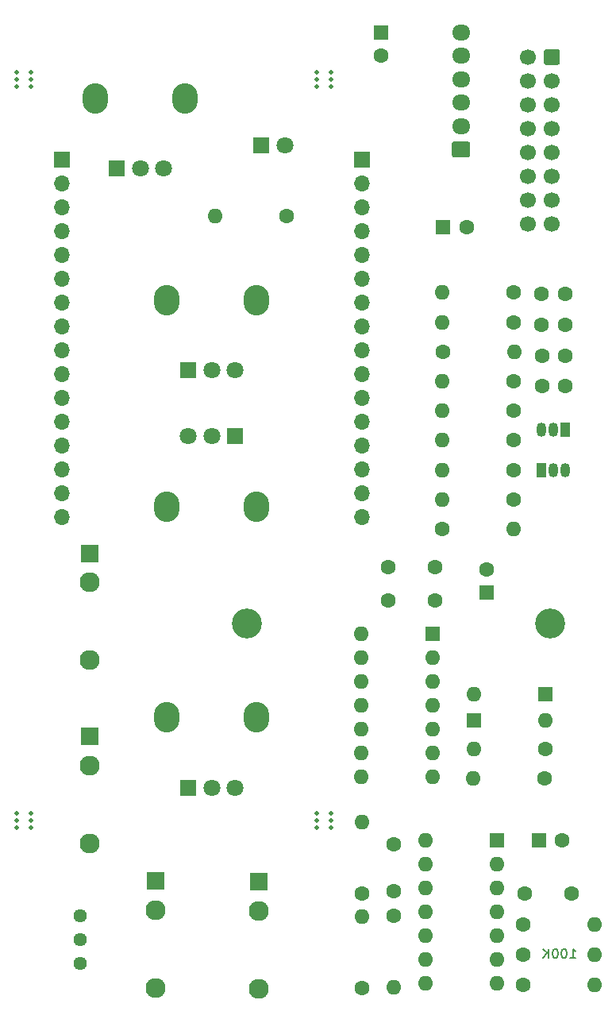
<source format=gbr>
%TF.GenerationSoftware,KiCad,Pcbnew,5.1.9+dfsg1-1~bpo10+1*%
%TF.CreationDate,2021-12-03T10:41:42+08:00*%
%TF.ProjectId,MiniOSC,4d696e69-4f53-4432-9e6b-696361645f70,rev?*%
%TF.SameCoordinates,Original*%
%TF.FileFunction,Soldermask,Top*%
%TF.FilePolarity,Negative*%
%FSLAX46Y46*%
G04 Gerber Fmt 4.6, Leading zero omitted, Abs format (unit mm)*
G04 Created by KiCad (PCBNEW 5.1.9+dfsg1-1~bpo10+1) date 2021-12-03 10:41:42*
%MOMM*%
%LPD*%
G01*
G04 APERTURE LIST*
%ADD10C,0.150000*%
%ADD11C,0.500000*%
%ADD12C,3.200000*%
%ADD13O,1.700000X1.700000*%
%ADD14R,1.700000X1.700000*%
%ADD15C,1.440000*%
%ADD16C,1.600000*%
%ADD17R,1.600000X1.600000*%
%ADD18O,1.600000X1.600000*%
%ADD19R,1.800000X1.800000*%
%ADD20C,1.800000*%
%ADD21O,2.720000X3.240000*%
%ADD22C,2.130000*%
%ADD23R,1.930000X1.830000*%
%ADD24O,1.950000X1.700000*%
%ADD25C,1.700000*%
%ADD26R,1.050000X1.500000*%
%ADD27O,1.050000X1.500000*%
G04 APERTURE END LIST*
%TO.C,R14*%
D10*
X129266666Y-157652380D02*
X129838095Y-157652380D01*
X129552380Y-157652380D02*
X129552380Y-156652380D01*
X129647619Y-156795238D01*
X129742857Y-156890476D01*
X129838095Y-156938095D01*
X128647619Y-156652380D02*
X128552380Y-156652380D01*
X128457142Y-156700000D01*
X128409523Y-156747619D01*
X128361904Y-156842857D01*
X128314285Y-157033333D01*
X128314285Y-157271428D01*
X128361904Y-157461904D01*
X128409523Y-157557142D01*
X128457142Y-157604761D01*
X128552380Y-157652380D01*
X128647619Y-157652380D01*
X128742857Y-157604761D01*
X128790476Y-157557142D01*
X128838095Y-157461904D01*
X128885714Y-157271428D01*
X128885714Y-157033333D01*
X128838095Y-156842857D01*
X128790476Y-156747619D01*
X128742857Y-156700000D01*
X128647619Y-156652380D01*
X127695238Y-156652380D02*
X127600000Y-156652380D01*
X127504761Y-156700000D01*
X127457142Y-156747619D01*
X127409523Y-156842857D01*
X127361904Y-157033333D01*
X127361904Y-157271428D01*
X127409523Y-157461904D01*
X127457142Y-157557142D01*
X127504761Y-157604761D01*
X127600000Y-157652380D01*
X127695238Y-157652380D01*
X127790476Y-157604761D01*
X127838095Y-157557142D01*
X127885714Y-157461904D01*
X127933333Y-157271428D01*
X127933333Y-157033333D01*
X127885714Y-156842857D01*
X127838095Y-156747619D01*
X127790476Y-156700000D01*
X127695238Y-156652380D01*
X126933333Y-157652380D02*
X126933333Y-156652380D01*
X126361904Y-157652380D02*
X126790476Y-157080952D01*
X126361904Y-156652380D02*
X126933333Y-157223809D01*
%TD*%
D11*
%TO.C,mouse-bite-2mm-slot*%
X70250000Y-64000000D03*
X71750000Y-64000000D03*
X70250000Y-63250000D03*
X70250000Y-64750000D03*
X71750000Y-64750000D03*
X71750000Y-63250000D03*
%TD*%
%TO.C,mouse-bite-2mm-slot*%
X102250000Y-64000000D03*
X103750000Y-64000000D03*
X102250000Y-63250000D03*
X102250000Y-64750000D03*
X103750000Y-64750000D03*
X103750000Y-63250000D03*
%TD*%
D12*
%TO.C,REF\u002A\u002A*%
X94800000Y-122000000D03*
%TD*%
D11*
%TO.C,mouse-bite-2mm-slot*%
X103750000Y-142250000D03*
X103750000Y-143750000D03*
X102250000Y-143750000D03*
X102250000Y-142250000D03*
X103750000Y-143000000D03*
X102250000Y-143000000D03*
%TD*%
%TO.C,mouse-bite-2mm-slot*%
X71750000Y-142250000D03*
X71750000Y-143750000D03*
X70250000Y-143750000D03*
X70250000Y-142250000D03*
X71750000Y-143000000D03*
X70250000Y-143000000D03*
%TD*%
D12*
%TO.C,REF\u002A\u002A*%
X127100000Y-122000000D03*
%TD*%
D13*
%TO.C,J2*%
X75000000Y-110600000D03*
X75000000Y-108060000D03*
X75000000Y-105520000D03*
X75000000Y-102980000D03*
X75000000Y-100440000D03*
X75000000Y-97900000D03*
X75000000Y-95360000D03*
X75000000Y-92820000D03*
X75000000Y-90280000D03*
X75000000Y-87740000D03*
X75000000Y-85200000D03*
X75000000Y-82660000D03*
X75000000Y-80120000D03*
X75000000Y-77580000D03*
X75000000Y-75040000D03*
D14*
X75000000Y-72500000D03*
%TD*%
D15*
%TO.C,SCALE1*%
X77000000Y-153170000D03*
X77000000Y-155710000D03*
X77000000Y-158250000D03*
%TD*%
D16*
%TO.C,C1*%
X109800000Y-116000000D03*
X114800000Y-116000000D03*
%TD*%
%TO.C,C2*%
X128400000Y-145100000D03*
D17*
X125900000Y-145100000D03*
%TD*%
%TO.C,C3*%
X120300000Y-118700000D03*
D16*
X120300000Y-116200000D03*
%TD*%
%TO.C,C6*%
X109800000Y-119500000D03*
X114800000Y-119500000D03*
%TD*%
%TO.C,C7*%
X124400000Y-150800000D03*
X129400000Y-150800000D03*
%TD*%
%TO.C,C8*%
X110400000Y-150500000D03*
X110400000Y-145500000D03*
%TD*%
D17*
%TO.C,D1*%
X126600000Y-129500000D03*
D18*
X118980000Y-129500000D03*
%TD*%
%TO.C,D2*%
X126620000Y-132300000D03*
D17*
X119000000Y-132300000D03*
%TD*%
D19*
%TO.C,D3*%
X96250000Y-71000000D03*
D20*
X98790000Y-71000000D03*
%TD*%
D19*
%TO.C,FM_AMOUNT1*%
X93500000Y-102000000D03*
D20*
X91000000Y-102000000D03*
X88500000Y-102000000D03*
D21*
X86200000Y-109500000D03*
X95800000Y-109500000D03*
%TD*%
D22*
%TO.C,J3*%
X78000000Y-137100000D03*
D23*
X78000000Y-134000000D03*
D22*
X78000000Y-145400000D03*
%TD*%
%TO.C,J4*%
X78000000Y-125900000D03*
D23*
X78000000Y-114500000D03*
D22*
X78000000Y-117600000D03*
%TD*%
%TO.C,J5*%
X96000000Y-152600000D03*
D23*
X96000000Y-149500000D03*
D22*
X96000000Y-160900000D03*
%TD*%
%TO.C,J6*%
X85000000Y-160800000D03*
D23*
X85000000Y-149400000D03*
D22*
X85000000Y-152500000D03*
%TD*%
%TO.C,J7*%
G36*
G01*
X118325000Y-72300000D02*
X116875000Y-72300000D01*
G75*
G02*
X116625000Y-72050000I0J250000D01*
G01*
X116625000Y-70850000D01*
G75*
G02*
X116875000Y-70600000I250000J0D01*
G01*
X118325000Y-70600000D01*
G75*
G02*
X118575000Y-70850000I0J-250000D01*
G01*
X118575000Y-72050000D01*
G75*
G02*
X118325000Y-72300000I-250000J0D01*
G01*
G37*
D24*
X117600000Y-68950000D03*
X117600000Y-66450000D03*
X117600000Y-63950000D03*
X117600000Y-61450000D03*
X117600000Y-58950000D03*
%TD*%
%TO.C,J8*%
G36*
G01*
X128150000Y-61000000D02*
X128150000Y-62200000D01*
G75*
G02*
X127900000Y-62450000I-250000J0D01*
G01*
X126700000Y-62450000D01*
G75*
G02*
X126450000Y-62200000I0J250000D01*
G01*
X126450000Y-61000000D01*
G75*
G02*
X126700000Y-60750000I250000J0D01*
G01*
X127900000Y-60750000D01*
G75*
G02*
X128150000Y-61000000I0J-250000D01*
G01*
G37*
D25*
X127300000Y-64140000D03*
X127300000Y-66680000D03*
X127300000Y-69220000D03*
X127300000Y-71760000D03*
X127300000Y-74300000D03*
X127300000Y-76840000D03*
X127300000Y-79380000D03*
X124760000Y-61600000D03*
X124760000Y-64140000D03*
X124760000Y-66680000D03*
X124760000Y-69220000D03*
X124760000Y-71760000D03*
X124760000Y-74300000D03*
X124760000Y-76840000D03*
X124760000Y-79380000D03*
%TD*%
D19*
%TO.C,PULSE_WIDTH1*%
X88500000Y-139500000D03*
D20*
X91000000Y-139500000D03*
X93500000Y-139500000D03*
D21*
X95800000Y-132000000D03*
X86200000Y-132000000D03*
%TD*%
D26*
%TO.C,Q1*%
X128700000Y-101300000D03*
D27*
X126160000Y-101300000D03*
X127430000Y-101300000D03*
%TD*%
%TO.C,Q2*%
X127470000Y-105600000D03*
X128740000Y-105600000D03*
D26*
X126200000Y-105600000D03*
%TD*%
D16*
%TO.C,R1*%
X123250000Y-99300000D03*
D18*
X115630000Y-99300000D03*
%TD*%
%TO.C,R2*%
X115630000Y-96150000D03*
D16*
X123250000Y-96150000D03*
%TD*%
D18*
%TO.C,R3*%
X115630000Y-89850000D03*
D16*
X123250000Y-89850000D03*
%TD*%
%TO.C,R4*%
X123250000Y-86700000D03*
D18*
X115630000Y-86700000D03*
%TD*%
%TO.C,R5*%
X123270000Y-93000000D03*
D16*
X115650000Y-93000000D03*
%TD*%
%TO.C,R6*%
X123250000Y-102450000D03*
D18*
X115630000Y-102450000D03*
%TD*%
D16*
%TO.C,R7*%
X110400000Y-153100000D03*
D18*
X110400000Y-160720000D03*
%TD*%
%TO.C,R8*%
X118980000Y-135350000D03*
D16*
X126600000Y-135350000D03*
%TD*%
%TO.C,R9*%
X126550000Y-138450000D03*
D18*
X118930000Y-138450000D03*
%TD*%
D16*
%TO.C,R10*%
X115600000Y-111900000D03*
D18*
X123220000Y-111900000D03*
%TD*%
%TO.C,R11*%
X115630000Y-105600000D03*
D16*
X123250000Y-105600000D03*
%TD*%
%TO.C,R12*%
X123250000Y-108750000D03*
D18*
X115630000Y-108750000D03*
%TD*%
D16*
%TO.C,R13*%
X124200000Y-154100000D03*
D18*
X131820000Y-154100000D03*
%TD*%
%TO.C,R14*%
X131820000Y-157300000D03*
D16*
X124200000Y-157300000D03*
%TD*%
D18*
%TO.C,R15*%
X131820000Y-160500000D03*
D16*
X124200000Y-160500000D03*
%TD*%
D18*
%TO.C,R16*%
X107000000Y-143180000D03*
D16*
X107000000Y-150800000D03*
%TD*%
%TO.C,R17*%
X107000000Y-160800000D03*
D18*
X107000000Y-153180000D03*
%TD*%
%TO.C,R18*%
X91380000Y-78500000D03*
D16*
X99000000Y-78500000D03*
%TD*%
%TO.C,TH1*%
X126250000Y-96700000D03*
X128750000Y-96700000D03*
%TD*%
%TO.C,TH2*%
X128750000Y-93400000D03*
X126250000Y-93400000D03*
%TD*%
%TO.C,TH3*%
X128700000Y-90100000D03*
X126200000Y-90100000D03*
%TD*%
%TO.C,TH4*%
X128700000Y-86800000D03*
X126200000Y-86800000D03*
%TD*%
D21*
%TO.C,TUNING_COARSE1*%
X78600000Y-66000000D03*
X88200000Y-66000000D03*
D20*
X85900000Y-73500000D03*
X83400000Y-73500000D03*
D19*
X80900000Y-73500000D03*
%TD*%
D21*
%TO.C,TUNING_FINE1*%
X86200000Y-87500000D03*
X95800000Y-87500000D03*
D20*
X93500000Y-95000000D03*
X91000000Y-95000000D03*
D19*
X88500000Y-95000000D03*
%TD*%
D18*
%TO.C,U1*%
X113780000Y-145100000D03*
X121400000Y-160340000D03*
X113780000Y-147640000D03*
X121400000Y-157800000D03*
X113780000Y-150180000D03*
X121400000Y-155260000D03*
X113780000Y-152720000D03*
X121400000Y-152720000D03*
X113780000Y-155260000D03*
X121400000Y-150180000D03*
X113780000Y-157800000D03*
X121400000Y-147640000D03*
X113780000Y-160340000D03*
D17*
X121400000Y-145100000D03*
%TD*%
%TO.C,U2*%
X114600000Y-123100000D03*
D18*
X106980000Y-138340000D03*
X114600000Y-125640000D03*
X106980000Y-135800000D03*
X114600000Y-128180000D03*
X106980000Y-133260000D03*
X114600000Y-130720000D03*
X106980000Y-130720000D03*
X114600000Y-133260000D03*
X106980000Y-128180000D03*
X114600000Y-135800000D03*
X106980000Y-125640000D03*
X114600000Y-138340000D03*
X106980000Y-123100000D03*
%TD*%
D14*
%TO.C,J1*%
X107000000Y-72500000D03*
D13*
X107000000Y-75040000D03*
X107000000Y-77580000D03*
X107000000Y-80120000D03*
X107000000Y-82660000D03*
X107000000Y-85200000D03*
X107000000Y-87740000D03*
X107000000Y-90280000D03*
X107000000Y-92820000D03*
X107000000Y-95360000D03*
X107000000Y-97900000D03*
X107000000Y-100440000D03*
X107000000Y-102980000D03*
X107000000Y-105520000D03*
X107000000Y-108060000D03*
X107000000Y-110600000D03*
%TD*%
D16*
%TO.C,C4*%
X118200000Y-79700000D03*
D17*
X115700000Y-79700000D03*
%TD*%
%TO.C,C5*%
X109100000Y-58950000D03*
D16*
X109100000Y-61450000D03*
%TD*%
M02*

</source>
